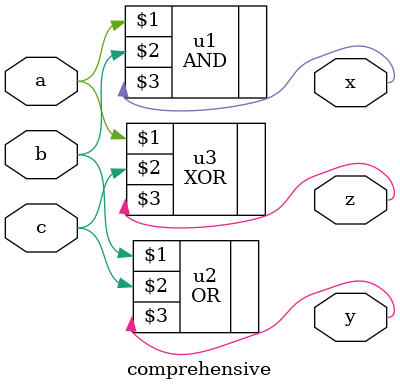
<source format=sv>

module comprehensive(input a,
                     input logic b, c,
                     output logic x, y,
                     output z);
  // Inputs: a, b, c
  // Outputs: x, y, z
  AND u1(a, b, x);
  OR u2(b, c, y);
  XOR u3(a, c, z);
endmodule

</source>
